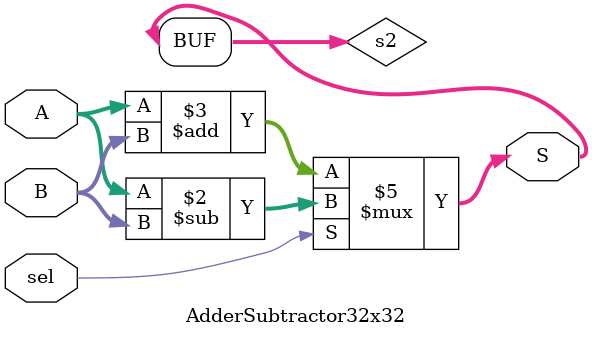
<source format=v>
/*--  *******************************************************
--  Computer Architecture Course, Laboratory Sources 
--  Amirkabir University of Technology (Tehran Polytechnic)
--  Department of Computer Engineering (CE-AUT)
--  https://ce[dot]aut[dot]ac[dot]ir
--  *******************************************************
--  All Rights reserved (C) 2019-2020
--  *******************************************************
--  Student ID  : 
--  Student Name: 
--  Student Mail: 
--  *******************************************************
--  Additional Comments:
--
--*/

/*-----------------------------------------------------------
---  Module Name: 32 Bit Adder/Subtractor
---  Description: Module1: 
-----------------------------------------------------------*/
`timescale 1 ns/1 ns

module AdderSubtractor32x32 (
	input  [31:0] A    , // input  [2's complement 32 bits]
	input  [31:0] B    , // input  [2's complement 32 bits]
	input         sel  , // input  [add:sel=0 || sub:sel=1] 
	output [31:0] S      // output [2's complement 32 bits]
);
		reg [31:0] s2;
		always @(sel or A or B)
		if(sel)
			begin
				s2=A-B;
			end
		else
			begin
				s2=A+B;
			end
		assign S=s2;
endmodule

</source>
